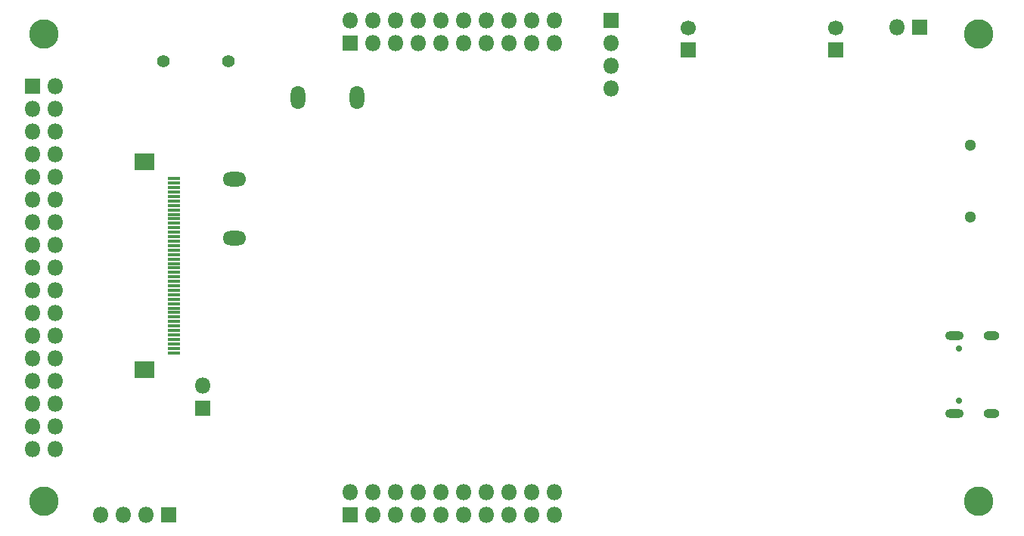
<source format=gbr>
%TF.GenerationSoftware,KiCad,Pcbnew,5.1.5-br-unknown-alt1.rc1*%
%TF.CreationDate,2025-10-05T01:50:59+07:00*%
%TF.ProjectId,ch32v307_100,63683332-7633-4303-975f-3130302e6b69,rev?*%
%TF.SameCoordinates,PX21e9a40PY1d11680*%
%TF.FileFunction,Soldermask,Bot*%
%TF.FilePolarity,Negative*%
%FSLAX46Y46*%
G04 Gerber Fmt 4.6, Leading zero omitted, Abs format (unit mm)*
G04 Created by KiCad (PCBNEW 5.1.5-br-unknown-alt1.rc1) date 2025-10-05 01:50:59*
%MOMM*%
%LPD*%
G01*
G04 APERTURE LIST*
%ADD10R,1.800000X1.800000*%
%ADD11O,1.800000X1.800000*%
%ADD12C,3.300000*%
%ADD13C,1.400000*%
%ADD14C,1.700000*%
%ADD15R,1.700000X1.700000*%
%ADD16R,2.300000X1.900000*%
%ADD17R,1.400000X0.400000*%
%ADD18C,1.300000*%
%ADD19O,2.100000X1.000000*%
%ADD20O,1.800000X1.000000*%
%ADD21C,0.700000*%
%ADD22O,2.624000X1.624000*%
%ADD23O,1.624000X2.624000*%
G04 APERTURE END LIST*
D10*
%TO.C,J6*%
X21336000Y-45466000D03*
D11*
X21336000Y-42926000D03*
%TD*%
D12*
%TO.C,REF\u002A\u002A*%
X3556000Y-55880000D03*
%TD*%
%TO.C,REF\u002A\u002A*%
X3556000Y-3556000D03*
%TD*%
%TO.C,REF\u002A\u002A*%
X108204000Y-3556000D03*
%TD*%
%TO.C,REF\u002A\u002A*%
X108204000Y-55880000D03*
%TD*%
D13*
%TO.C,BT1*%
X16929100Y-6604000D03*
X24218900Y-6591300D03*
%TD*%
D14*
%TO.C,C22*%
X75692000Y-2834000D03*
D15*
X75692000Y-5334000D03*
%TD*%
D10*
%TO.C,J1*%
X101600000Y-2794000D03*
D11*
X99060000Y-2794000D03*
%TD*%
D10*
%TO.C,J2*%
X37846000Y-57404000D03*
D11*
X37846000Y-54864000D03*
X40386000Y-57404000D03*
X40386000Y-54864000D03*
X42926000Y-57404000D03*
X42926000Y-54864000D03*
X45466000Y-57404000D03*
X45466000Y-54864000D03*
X48006000Y-57404000D03*
X48006000Y-54864000D03*
X50546000Y-57404000D03*
X50546000Y-54864000D03*
X53086000Y-57404000D03*
X53086000Y-54864000D03*
X55626000Y-57404000D03*
X55626000Y-54864000D03*
X58166000Y-57404000D03*
X58166000Y-54864000D03*
X60706000Y-57404000D03*
X60706000Y-54864000D03*
%TD*%
%TO.C,J3*%
X60706000Y-2032000D03*
X60706000Y-4572000D03*
X58166000Y-2032000D03*
X58166000Y-4572000D03*
X55626000Y-2032000D03*
X55626000Y-4572000D03*
X53086000Y-2032000D03*
X53086000Y-4572000D03*
X50546000Y-2032000D03*
X50546000Y-4572000D03*
X48006000Y-2032000D03*
X48006000Y-4572000D03*
X45466000Y-2032000D03*
X45466000Y-4572000D03*
X42926000Y-2032000D03*
X42926000Y-4572000D03*
X40386000Y-2032000D03*
X40386000Y-4572000D03*
X37846000Y-2032000D03*
D10*
X37846000Y-4572000D03*
%TD*%
%TO.C,J4*%
X17526000Y-57404000D03*
D11*
X14986000Y-57404000D03*
X12446000Y-57404000D03*
X9906000Y-57404000D03*
%TD*%
%TO.C,J5*%
X67056000Y-9652000D03*
X67056000Y-7112000D03*
X67056000Y-4572000D03*
D10*
X67056000Y-2032000D03*
%TD*%
%TO.C,J7*%
X2286000Y-9398000D03*
D11*
X4826000Y-9398000D03*
X2286000Y-11938000D03*
X4826000Y-11938000D03*
X2286000Y-14478000D03*
X4826000Y-14478000D03*
X2286000Y-17018000D03*
X4826000Y-17018000D03*
X2286000Y-19558000D03*
X4826000Y-19558000D03*
X2286000Y-22098000D03*
X4826000Y-22098000D03*
X2286000Y-24638000D03*
X4826000Y-24638000D03*
X2286000Y-27178000D03*
X4826000Y-27178000D03*
X2286000Y-29718000D03*
X4826000Y-29718000D03*
X2286000Y-32258000D03*
X4826000Y-32258000D03*
X2286000Y-34798000D03*
X4826000Y-34798000D03*
X2286000Y-37338000D03*
X4826000Y-37338000D03*
X2286000Y-39878000D03*
X4826000Y-39878000D03*
X2286000Y-42418000D03*
X4826000Y-42418000D03*
X2286000Y-44958000D03*
X4826000Y-44958000D03*
X2286000Y-47498000D03*
X4826000Y-47498000D03*
X2286000Y-50038000D03*
X4826000Y-50038000D03*
%TD*%
D16*
%TO.C,J8*%
X14856000Y-17814000D03*
X14856000Y-41114000D03*
D17*
X18106000Y-39214000D03*
X18106000Y-38714000D03*
X18106000Y-38214000D03*
X18106000Y-37714000D03*
X18106000Y-37214000D03*
X18106000Y-36714000D03*
X18106000Y-36214000D03*
X18106000Y-35714000D03*
X18106000Y-35214000D03*
X18106000Y-34714000D03*
X18106000Y-34214000D03*
X18106000Y-33714000D03*
X18106000Y-33214000D03*
X18106000Y-32714000D03*
X18106000Y-32214000D03*
X18106000Y-31714000D03*
X18106000Y-31214000D03*
X18106000Y-30714000D03*
X18106000Y-30214000D03*
X18106000Y-29714000D03*
X18106000Y-29214000D03*
X18106000Y-28714000D03*
X18106000Y-28214000D03*
X18106000Y-27714000D03*
X18106000Y-27214000D03*
X18106000Y-26714000D03*
X18106000Y-26214000D03*
X18106000Y-25714000D03*
X18106000Y-25214000D03*
X18106000Y-24714000D03*
X18106000Y-24214000D03*
X18106000Y-23714000D03*
X18106000Y-23214000D03*
X18106000Y-22714000D03*
X18106000Y-22214000D03*
X18106000Y-21714000D03*
X18106000Y-21214000D03*
X18106000Y-20714000D03*
X18106000Y-20214000D03*
X18106000Y-19714000D03*
%TD*%
D18*
%TO.C,J9*%
X107289600Y-23992200D03*
X107289600Y-15951200D03*
%TD*%
D19*
%TO.C,J10*%
X105512000Y-45976000D03*
X105512000Y-37336000D03*
D20*
X109682000Y-45976000D03*
X109682000Y-37336000D03*
D21*
X105992000Y-38766000D03*
X105992000Y-44546000D03*
%TD*%
D22*
%TO.C,SW1*%
X24892000Y-19812000D03*
X24892000Y-26416000D03*
%TD*%
D23*
%TO.C,SW2*%
X32004000Y-10668000D03*
X38608000Y-10668000D03*
%TD*%
D15*
%TO.C,C13*%
X92202000Y-5334000D03*
D14*
X92202000Y-2834000D03*
%TD*%
M02*

</source>
